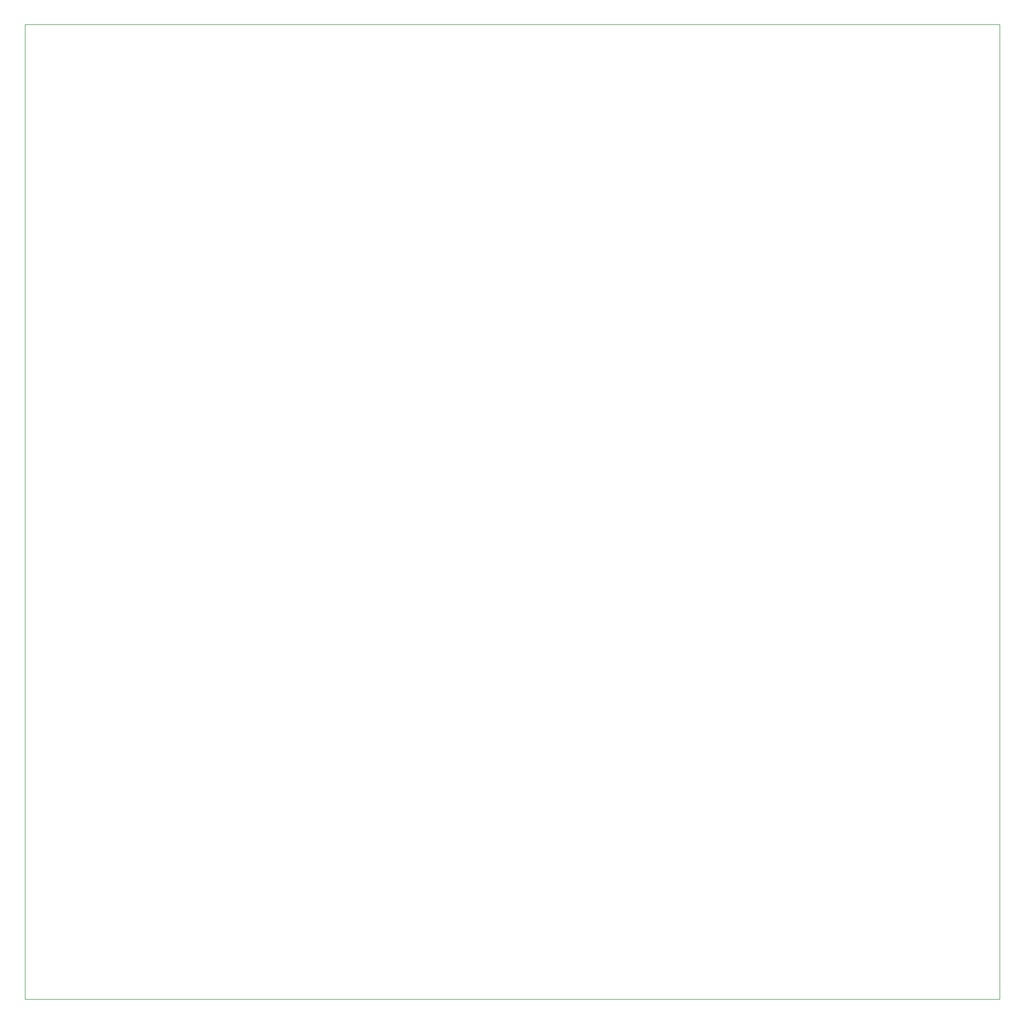
<source format=gm1>
G04 #@! TF.GenerationSoftware,KiCad,Pcbnew,7.0.10*
G04 #@! TF.CreationDate,2024-11-23T11:02:06-08:00*
G04 #@! TF.ProjectId,fieldRadio,6669656c-6452-4616-9469-6f2e6b696361,rev?*
G04 #@! TF.SameCoordinates,Original*
G04 #@! TF.FileFunction,Profile,NP*
%FSLAX46Y46*%
G04 Gerber Fmt 4.6, Leading zero omitted, Abs format (unit mm)*
G04 Created by KiCad (PCBNEW 7.0.10) date 2024-11-23 11:02:06*
%MOMM*%
%LPD*%
G01*
G04 APERTURE LIST*
G04 #@! TA.AperFunction,Profile*
%ADD10C,0.100000*%
G04 #@! TD*
G04 APERTURE END LIST*
D10*
X72250000Y-72000000D02*
X231250000Y-72000000D01*
X231250000Y-231000000D01*
X72250000Y-231000000D01*
X72250000Y-72000000D01*
M02*

</source>
